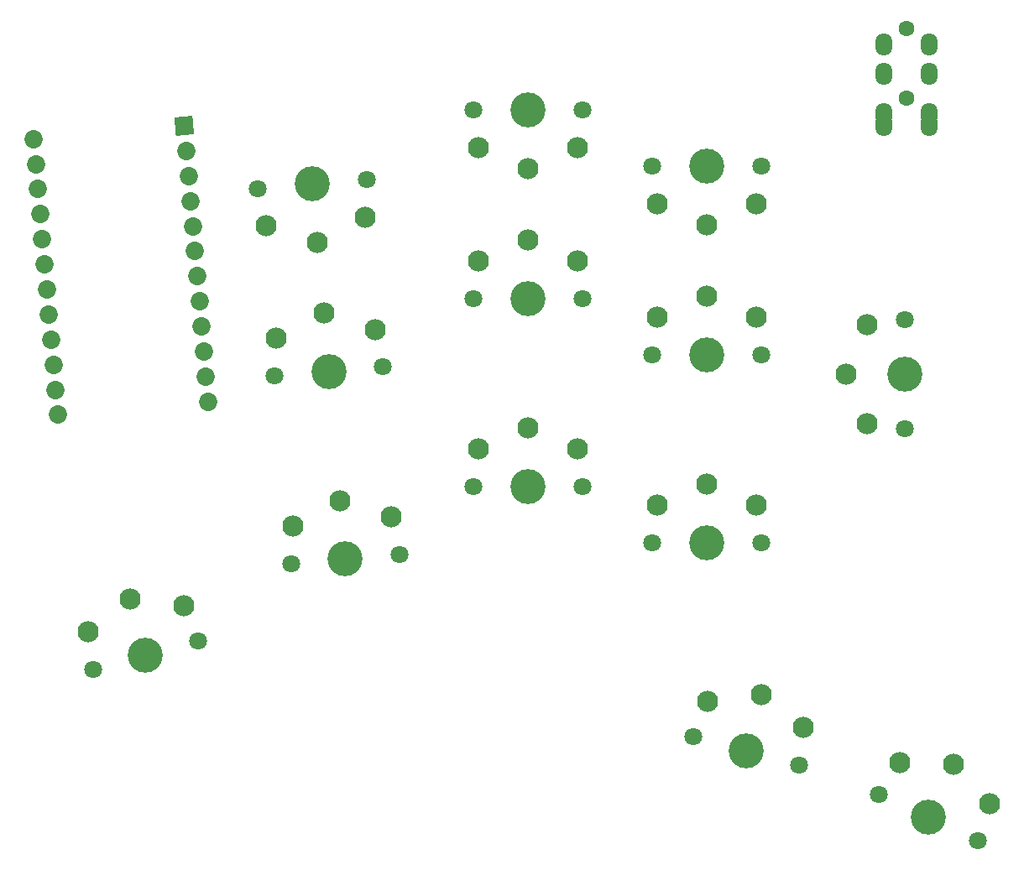
<source format=gbr>
%TF.GenerationSoftware,KiCad,Pcbnew,(5.1.10)-1*%
%TF.CreationDate,2021-07-21T18:09:40+02:00*%
%TF.ProjectId,metasepia_pfefferi_alu_bent_large,6d657461-7365-4706-9961-5f7066656666,VERSION_HERE*%
%TF.SameCoordinates,Original*%
%TF.FileFunction,Soldermask,Bot*%
%TF.FilePolarity,Negative*%
%FSLAX46Y46*%
G04 Gerber Fmt 4.6, Leading zero omitted, Abs format (unit mm)*
G04 Created by KiCad (PCBNEW (5.1.10)-1) date 2021-07-21 18:09:40*
%MOMM*%
%LPD*%
G01*
G04 APERTURE LIST*
%ADD10C,3.529000*%
%ADD11C,1.801800*%
%ADD12C,2.132000*%
%ADD13C,1.852600*%
%ADD14C,1.600000*%
%ADD15O,1.700000X2.300000*%
G04 APERTURE END LIST*
D10*
%TO.C,S4*%
X30428800Y63985100D03*
D11*
X24949729Y63505743D03*
X35907871Y64464457D03*
D12*
X25779018Y59763781D03*
X30943019Y58107551D03*
X35740965Y60635339D03*
X30943019Y58107551D03*
%TD*%
D10*
%TO.C,S12*%
X74174500Y6764100D03*
D11*
X79487092Y5340595D03*
X68861908Y8187605D03*
D12*
X79987642Y9140523D03*
X75701532Y12463062D03*
X70328383Y11728713D03*
X75701532Y12463062D03*
%TD*%
D10*
%TO.C,S1*%
X13600100Y16420700D03*
D11*
X18912692Y17844205D03*
X8287508Y14997195D03*
D12*
X17446217Y21385313D03*
X12073068Y22119662D03*
X7786958Y18797123D03*
X12073068Y22119662D03*
%TD*%
D10*
%TO.C,S2*%
X33740700Y26129700D03*
D11*
X39219771Y26609057D03*
X28261629Y25650343D03*
D12*
X38390482Y30351019D03*
X33226481Y32007249D03*
X28428535Y29479461D03*
X33226481Y32007249D03*
%TD*%
D10*
%TO.C,S3*%
X32084700Y45057400D03*
D11*
X37563771Y45536757D03*
X26605629Y44578043D03*
D12*
X36734482Y49278719D03*
X31570481Y50934949D03*
X26772535Y48407161D03*
X31570481Y50934949D03*
%TD*%
D10*
%TO.C,S5*%
X52174500Y33430800D03*
D11*
X57674500Y33430800D03*
X46674500Y33430800D03*
D12*
X57174500Y37230800D03*
X52174500Y39330800D03*
X47174500Y37230800D03*
X52174500Y39330800D03*
%TD*%
D10*
%TO.C,S6*%
X52174500Y52430800D03*
D11*
X57674500Y52430800D03*
X46674500Y52430800D03*
D12*
X57174500Y56230800D03*
X52174500Y58330800D03*
X47174500Y56230800D03*
X52174500Y58330800D03*
%TD*%
D10*
%TO.C,S7*%
X52174500Y71430800D03*
D11*
X46674500Y71430800D03*
X57674500Y71430800D03*
D12*
X47174500Y67630800D03*
X52174500Y65530800D03*
X57174500Y67630800D03*
X52174500Y65530800D03*
%TD*%
D10*
%TO.C,S8*%
X70174500Y27764100D03*
D11*
X75674500Y27764100D03*
X64674500Y27764100D03*
D12*
X75174500Y31564100D03*
X70174500Y33664100D03*
X65174500Y31564100D03*
X70174500Y33664100D03*
%TD*%
D10*
%TO.C,S9*%
X70174500Y46764100D03*
D11*
X75674500Y46764100D03*
X64674500Y46764100D03*
D12*
X75174500Y50564100D03*
X70174500Y52664100D03*
X65174500Y50564100D03*
X70174500Y52664100D03*
%TD*%
D10*
%TO.C,S10*%
X70174500Y65764100D03*
D11*
X64674500Y65764100D03*
X75674500Y65764100D03*
D12*
X65174500Y61964100D03*
X70174500Y59864100D03*
X75174500Y61964100D03*
X70174500Y59864100D03*
%TD*%
D10*
%TO.C,S11*%
X90174500Y44764100D03*
D11*
X90174500Y50264100D03*
X90174500Y39264100D03*
D12*
X86374500Y49764100D03*
X84274500Y44764100D03*
X86374500Y39764100D03*
X84274500Y44764100D03*
%TD*%
D10*
%TO.C,S13*%
X92580700Y64800D03*
D11*
X97565393Y-2259600D03*
X87596007Y2389200D03*
D12*
X98718188Y1395678D03*
X95074148Y5412016D03*
X89655110Y5621861D03*
X95074148Y5412016D03*
%TD*%
%TO.C,C1*%
G36*
G01*
X16534740Y70695968D02*
X18280671Y70848717D01*
G75*
G02*
X18334839Y70803265I4358J-49810D01*
G01*
X18487588Y69057334D01*
G75*
G02*
X18442136Y69003166I-49810J-4358D01*
G01*
X16696205Y68850417D01*
G75*
G02*
X16642037Y68895869I-4358J49810D01*
G01*
X16489288Y70641800D01*
G75*
G02*
X16534740Y70695968I49810J4358D01*
G01*
G37*
D13*
X17709813Y67319232D03*
X17931189Y64788898D03*
X18152565Y62258563D03*
X18373940Y59728229D03*
X18595316Y57197894D03*
X18816691Y54667559D03*
X19038067Y52137225D03*
X19259443Y49606890D03*
X19480818Y47076556D03*
X19702194Y44546221D03*
X19923569Y42015887D03*
X2306431Y68521313D03*
X2527806Y65990979D03*
X2749182Y63460644D03*
X2970557Y60930310D03*
X3191933Y58399975D03*
X3413309Y55869641D03*
X3634684Y53339306D03*
X3856060Y50808971D03*
X4077435Y48278637D03*
X4298811Y45748302D03*
X4520187Y43217968D03*
X4741562Y40687633D03*
%TD*%
D14*
%TO.C,REF\u002A\u002A*%
X90374510Y72664116D03*
X90374510Y79664116D03*
D15*
X92674510Y69964116D03*
X88074510Y71064116D03*
X88074510Y75064116D03*
X88074510Y78064116D03*
X88074510Y69964116D03*
X92674510Y71064116D03*
X92674510Y75064116D03*
X92674510Y78064116D03*
%TD*%
M02*

</source>
